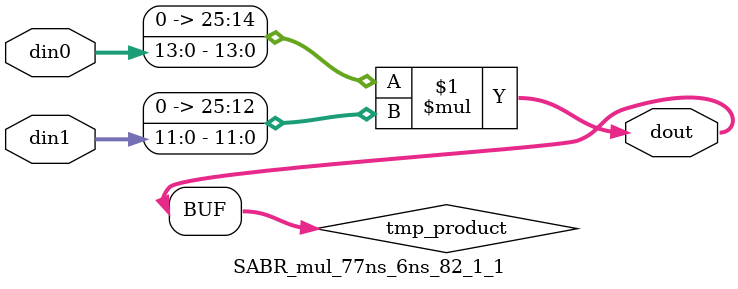
<source format=v>

`timescale 1 ns / 1 ps

 module SABR_mul_77ns_6ns_82_1_1(din0, din1, dout);
parameter ID = 1;
parameter NUM_STAGE = 0;
parameter din0_WIDTH = 14;
parameter din1_WIDTH = 12;
parameter dout_WIDTH = 26;

input [din0_WIDTH - 1 : 0] din0; 
input [din1_WIDTH - 1 : 0] din1; 
output [dout_WIDTH - 1 : 0] dout;

wire signed [dout_WIDTH - 1 : 0] tmp_product;
























assign tmp_product = $signed({1'b0, din0}) * $signed({1'b0, din1});











assign dout = tmp_product;





















endmodule

</source>
